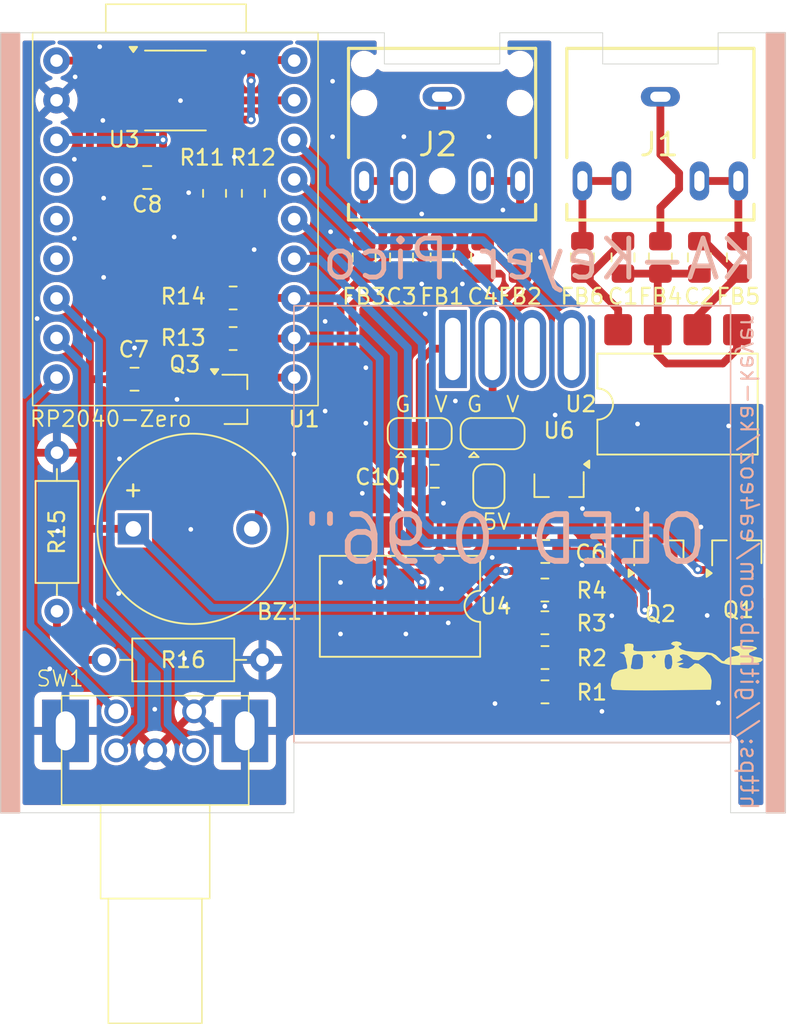
<source format=kicad_pcb>
(kicad_pcb (version 20241229) (generator "pcbnew") (generator_version "9.0")
  (layers (0 "F.Cu" signal) (2 "B.Cu" signal) (13 "F.Paste" user) (15 "B.Paste" user) (5 "F.SilkS" user "F.Silkscreen") (7 "B.SilkS" user "B.Silkscreen") (1 "F.Mask" user) (3 "B.Mask" user) (25 "Edge.Cuts" user))
  (net 0 "")
  (net 1 "Net-(BZ1-+)")
  (net 2 "GND")
  (net 3 "Net-(R2-Pad2)")
  (net 4 "Net-(FB3-Pad1)")
  (net 5 "Net-(FB4-Pad1)")
  (net 6 "Net-(JP2-C)")
  (net 7 "Net-(JP3-C)")
  (net 8 "Net-(BZ1--)")
  (net 9 "Net-(C1-Pad1)")
  (net 10 "Net-(C1-Pad2)")
  (net 11 "Net-(C2-Pad1)")
  (net 12 "Net-(C3-Pad1)")
  (net 13 "Net-(C4-Pad1)")
  (net 14 "Net-(U1-3V3)")
  (net 15 "Net-(JP1-B)")
  (net 16 "Net-(Q1-C)")
  (net 17 "Net-(Q2-C)")
  (net 18 "Net-(R1-Pad2)")
  (net 19 "Net-(R3-Pad2)")
  (net 20 "Net-(R4-Pad2)")
  (net 24 "Net-(U1-GP0)")
  (net 25 "Net-(U1-GP1)")
  (net 26 "Net-(U1-GP2)")
  (net 27 "Net-(U1-GP3)")
  (net 28 "Net-(Q1-B)")
  (net 29 "Net-(Q2-B)")
  (net 30 "Net-(U1-GP7)")
  (net 31 "Net-(U1-GP6)")
  (net 32 "Net-(Q3-B)")
  (net 33 "Net-(U1-GP14)")
  (net 34 "Net-(U1-GP15)")
  (net 35 "Net-(U1-GP26)")
  (net 36 "Net-(FB6-Pad2)")
  (net 37 "Net-(FB5-Pad2)")
  (net 38 "Net-(FB2-Pad1)")
  (net 39 "Net-(FB1-Pad1)")
  (footprint "Package_SO:SOIC-8_3.9x4.9mm_P1.27mm" (layer "F.Cu") (at 131.4 78.7)
    (property "Reference" "U3")
    (property "Value" "24C02")
  )
  (footprint "Package_DIP:SMDIP-8_W9.53mm" (layer "F.Cu") (at 163.6 98.8 90)
    (property "Reference" "U2")
    (property "Value" "LTV-827S")
  )
  (footprint "Package_TO_SOT_SMD:SOT-23_Handsoldering" (layer "F.Cu") (at 156 104 -90)
    (property "Reference" "U6")
    (property "Value" "XC6206PxxxMR")
  )
  (footprint "Capacitor_SMD:C_0805_2012Metric_Pad1.18x1.45mm_HandSolder" (layer "F.Cu") (at 129.5908 84.2772 180)
    (property "Reference" "C8")
    (property "Value" "100nF")
  )
  (footprint "Capacitor_SMD:C_0805_2012Metric_Pad1.18x1.45mm_HandSolder" (layer "F.Cu") (at 148.0312 103.4288 180)
    (property "Reference" "C10")
    (property "Value" "1uF")
  )
  (footprint "Package_TO_SOT_SMD:SOT-23_Handsoldering" (layer "F.Cu") (at 135.25 98.5)
    (property "Reference" "Q3")
    (property "Value" "DTC143E")
  )
  (footprint "Jumper:SolderJumper-2_P1.3mm_Open_RoundedPad1.0x1.5mm" (layer "F.Cu") (at 151.5 104.065 90)
    (property "Reference" "JP1" (hide yes))
    (property "Value" "SolderJumper_2_Open")
  )
  (footprint "Resistor_SMD:R_0805_2012Metric_Pad1.20x1.40mm_HandSolder" (layer "F.Cu") (at 133.9088 85.2932 90)
    (property "Reference" "R11")
    (property "Value" "4k7")
  )
  (footprint "Aliexpress:Aliexpress horizontal encoder" (layer "F.Cu") (at 127.6 121)
    (property "Reference" "SW1")
    (property "Value" "RotaryEncoder_Switch" (hide yes))
  )
  (footprint "Resistor_SMD:R_0805_2012Metric_Pad1.20x1.40mm_HandSolder" (layer "F.Cu") (at 155.1 115.05 180)
    (property "Reference" "R2")
    (property "Value" "430")
  )
  (footprint "Aliexpress:AUDIO-JACK" (layer "F.Cu") (at 162.5 79.5 -90)
    (property "Reference" "J1")
    (property "Value" "Keyer output" (hide yes))
  )
  (footprint "Resistor_THT:R_Axial_DIN0207_L6.3mm_D2.5mm_P10.16mm_Horizontal" (layer "F.Cu") (at 126.82 115.2)
    (property "Reference" "R16")
    (property "Value" "120")
  )
  (footprint "LOGO" (layer "F.Cu") (at 164.2872 115.25)
    (property "Reference" "G***" (hide yes))
    (property "Value" "LOGO" (hide yes))
  )
  (footprint "Capacitor_SMD:C_0805_2012Metric_Pad1.18x1.45mm_HandSolder" (layer "F.Cu") (at 162.5 89.4 -90)
    (property "Reference" "FB4")
    (property "Value" "~")
  )
  (footprint "Resistor_SMD:R_0805_2012Metric_Pad1.20x1.40mm_HandSolder" (layer "F.Cu") (at 155.0924 112.8194)
    (property "Reference" "R3")
    (property "Value" "430")
  )
  (footprint "Capacitor_SMD:C_0805_2012Metric_Pad1.18x1.45mm_HandSolder" (layer "F.Cu") (at 157.5 89.4 90)
    (property "Reference" "FB6")
    (property "Value" "~")
  )
  (footprint "Package_DIP:SMDIP-8_W9.53mm" (layer "F.Cu") (at 145.8 111.765 -90)
    (property "Reference" "U4")
    (property "Value" "LTV-827S")
  )
  (footprint "Resistor_SMD:R_0805_2012Metric_Pad1.20x1.40mm_HandSolder" (layer "F.Cu") (at 135.1 94.6)
    (property "Reference" "R13")
    (property "Value" "4k7")
  )
  (footprint "Capacitor_SMD:C_0805_2012Metric_Pad1.18x1.45mm_HandSolder" (layer "F.Cu") (at 148.5 89.4 -90)
    (property "Reference" "FB1")
    (property "Value" "~")
  )
  (footprint "Capacitor_SMD:C_0805_2012Metric_Pad1.18x1.45mm_HandSolder" (layer "F.Cu") (at 143.5 89.4 -90)
    (property "Reference" "FB3")
    (property "Value" "~")
  )
  (footprint "Resistor_SMD:R_0805_2012Metric_Pad1.20x1.40mm_HandSolder" (layer "F.Cu") (at 155.0924 110.7194)
    (property "Reference" "R4")
    (property "Value" "430")
  )
  (footprint "Capacitor_SMD:C_0805_2012Metric_Pad1.18x1.45mm_HandSolder" (layer "F.Cu") (at 128.778 97.2058)
    (property "Reference" "C7")
    (property "Value" "100nF")
  )
  (footprint "Capacitor_SMD:C_0805_2012Metric_Pad1.18x1.45mm_HandSolder" (layer "F.Cu") (at 153.5 89.4 -90)
    (property "Reference" "FB2")
    (property "Value" "~")
  )
  (footprint "Capacitor_SMD:C_0805_2012Metric_Pad1.18x1.45mm_HandSolder" (layer "F.Cu") (at 145.9 89.4 -90)
    (property "Reference" "C3")
    (property "Value" "4n7")
  )
  (footprint "Capacitor_SMD:C_0805_2012Metric_Pad1.18x1.45mm_HandSolder" (layer "F.Cu") (at 160.1 89.4 -90)
    (property "Reference" "C1")
    (property "Value" "4n7")
  )
  (footprint "Capacitor_SMD:C_0805_2012Metric_Pad1.18x1.45mm_HandSolder" (layer "F.Cu") (at 165 89.4 -90)
    (property "Reference" "C2")
    (property "Value" "4n7")
  )
  (footprint "Buzzer_Beeper:Buzzer_12x9.5RM7.6" (layer "F.Cu") (at 128.7 106.8)
    (property "Reference" "BZ1")
    (property "Value" "Buzzer")
  )
  (footprint "Capacitor_SMD:C_0805_2012Metric_Pad1.18x1.45mm_HandSolder" (layer "F.Cu") (at 155.1178 108.25)
    (property "Reference" "C6")
    (property "Value" "1uF")
  )
  (footprint "Capacitor_SMD:C_0805_2012Metric_Pad1.18x1.45mm_HandSolder" (layer "F.Cu") (at 151.1 89.4 -90)
    (property "Reference" "C4")
    (property "Value" "4n7")
  )
  (footprint "Jumper:SolderJumper-3_P1.3mm_Open_RoundedPad1.0x1.5mm" (layer "F.Cu") (at 147.066 100.6955)
    (property "Reference" "JP3" (hide yes))
    (property "Value" "~")
  )
  (footprint "Resistor_SMD:R_0805_2012Metric_Pad1.20x1.40mm_HandSolder" (layer "F.Cu") (at 135.1 92)
    (property "Reference" "R14")
    (property "Value" "4k7")
  )
  (footprint "Resistor_THT:R_Axial_DIN0207_L6.3mm_D2.5mm_P10.16mm_Horizontal" (layer "F.Cu") (at 123.8 112.08 90)
    (property "Reference" "R15")
    (property "Value" "120")
  )
  (footprint "Aliexpress:RP2040 Zero DIL" (layer "F.Cu") (at 121.235 99.7715)
    (property "Reference" "U1")
    (property "Value" "RP2040-Zero")
  )
  (footprint "Jumper:SolderJumper-3_P1.3mm_Open_RoundedPad1.0x1.5mm" (layer "F.Cu") (at 151.7396 100.6955)
    (property "Reference" "JP2" (hide yes))
    (property "Value" "~")
  )
  (footprint "Resistor_SMD:R_0805_2012Metric_Pad1.20x1.40mm_HandSolder" (layer "F.Cu") (at 136.398 85.2932 90)
    (property "Reference" "R12")
    (property "Value" "4k7")
  )
  (footprint "Aliexpress:AUDIO-JACK" (layer "F.Cu") (at 148.5 79.5 -90)
    (property "Reference" "J2")
    (property "Value" "Paddles" (hide yes))
  )
  (footprint "Resistor_SMD:R_0805_2012Metric_Pad1.20x1.40mm_HandSolder" (layer "F.Cu") (at 155.1 117.25 180)
    (property "Reference" "R1")
    (property "Value" "430")
  )
  (footprint "Capacitor_SMD:C_0805_2012Metric_Pad1.18x1.45mm_HandSolder" (layer "F.Cu") (at 167.5 89.4 90)
    (property "Reference" "FB5")
    (property "Value" "~")
  )
  (footprint "Package_TO_SOT_SMD:SOT-23_Handsoldering" (layer "F.Cu") (at 167.4 108.3 90)
    (property "Reference" "Q1")
    (property "Value" "DTC143E")
  )
  (footprint "Package_TO_SOT_SMD:SOT-23_Handsoldering" (layer "F.Cu") (at 162.4 108.3 90)
    (property "Reference" "Q2")
    (property "Value" "DTC143E")
  )
  (footprint "Aliexpress:OLED-128x64" (layer "B.Cu") (at 153 94 180)
    (property "Reference" "U5" (hide yes))
    (property "Value" "~" (hide yes))
  )
  (gr_rect (start 169.3 75) (end 170.5 125) (stroke (width 0.05)) (fill yes) (layer "F.SilkS"))
  (gr_rect (start 120.2 75) (end 121.4 125) (stroke (width 0.05)) (fill yes) (layer "F.SilkS"))
  (gr_rect (start 120.2 75) (end 121.4 125) (stroke (width 0.1)) (fill yes) (layer "B.SilkS"))
  (gr_rect (start 169.3 75) (end 170.5 125) (stroke (width 0.1)) (fill yes) (layer "B.SilkS"))
  (gr_line (start 167 125) (end 167 120.5) (stroke (width 0.05)) (layer "Edge.Cuts"))
  (gr_line (start 167 120.5) (end 139 120.5) (stroke (width 0.05)) (layer "Edge.Cuts"))
  (gr_line (start 152.2 75) (end 152.2 77) (stroke (width 0.05)) (layer "Edge.Cuts"))
  (gr_line (start 170.5 75) (end 166.2 75) (stroke (width 0.05)) (layer "Edge.Cuts"))
  (gr_line (start 139 120.5) (end 139 125) (stroke (width 0.05)) (layer "Edge.Cuts"))
  (gr_line (start 158.8 77) (end 158.8 75) (stroke (width 0.05)) (layer "Edge.Cuts"))
  (gr_line (start 170.5 125) (end 170.5 75) (stroke (width 0.05)) (layer "Edge.Cuts"))
  (gr_line (start 152.2 77) (end 144.8 77) (stroke (width 0.05)) (layer "Edge.Cuts"))
  (gr_line (start 144.8 75) (end 120.2 75) (stroke (width 0.05)) (layer "Edge.Cuts"))
  (gr_line (start 166.2 75) (end 166.2 77) (stroke (width 0.05)) (layer "Edge.Cuts"))
  (gr_line (start 166.2 77) (end 158.8 77) (stroke (width 0.05)) (layer "Edge.Cuts"))
  (gr_line (start 144.8 77) (end 144.8 75) (stroke (width 0.05)) (layer "Edge.Cuts"))
  (gr_line (start 158.8 75) (end 152.2 75) (stroke (width 0.05)) (layer "Edge.Cuts"))
  (gr_line (start 167 125) (end 170.5 125) (stroke (width 0.05)) (layer "Edge.Cuts"))
  (gr_line (start 120.2 125) (end 139 125) (stroke (width 0.05)) (layer "Edge.Cuts"))
  (gr_line (start 120.2 75) (end 120.2 125) (stroke (width 0.05)) (layer "Edge.Cuts"))
  (gr_text "G  V" (at 150 99.4 0) (layer "F.SilkS") (effects (font (size 1 1) (thickness 0.125)) (justify left bottom)))
  (gr_text "5V" (at 151.003 106.934 0) (layer "F.SilkS") (effects (font (size 1 1) (thickness 0.125)) (justify left bottom)))
  (gr_text "G  V" (at 145.4 99.4 0) (layer "F.SilkS") (effects (font (size 1 1) (thickness 0.125)) (justify left bottom)))
  (gr_text "KA-Keyer Pico" (at 169.0116 90.9828 0) (layer "B.SilkS") (effects (font (size 2.5 2.5) (thickness 0.3125)) (justify left bottom mirror)))
  (gr_text "https://github.com/ea4eoz/ka-keyer" (at 167.5384 124.9172 270) (layer "B.SilkS") (effects (font (size 1.1 1.1) (thickness 0.1375)) (justify left bottom mirror)))
  (segment (start 124.55 114.45) (end 125.3 115.2) (width 0.5) (layer "F.Cu") (net 1))
  (segment (start 124.564 114.45) (end 124.55 114.45) (width 0.5) (layer "F.Cu") (net 1))
  (segment (start 154 105.7025) (end 155.7975 105.7025) (width 0.5) (layer "F.Cu") (net 1))
  (segment (start 125.8824 106.8324) (end 125.8824 113.1316) (width 0.5) (layer "F.Cu") (net 1))
  (segment (start 123.775 76.7845) (end 125.1461 76.7845) (width 0.5) (layer "F.Cu") (net 1))
  (segment (start 154.0924 110.1344) (end 154.0924 109.5) (width 0.5) (layer "F.Cu") (net 1))
  (segment (start 152.5778 109.5) (end 154.0924 109.5) (width 0.5) (layer "F.Cu") (net 1))
  (segment (start 125.9117 97.0897) (end 125.9117 77.5501) (width 0.5) (layer "F.Cu") (net 1))
  (segment (start 125.9148 106.8) (end 125.9148 97.1882) (width 0.5) (layer "F.Cu") (net 1))
  (segment (start 125.9324 97.2058) (end 125.9148 97.1882) (width 0.5) (layer "F.Cu") (net 1))
  (segment (start 125.1461 76.7845) (end 125.9117 77.5501) (width 0.5) (layer "F.Cu") (net 1))
  (segment (start 154 107.8951) (end 154 105.7025) (width 0.5) (layer "F.Cu") (net 1))
  (segment (start 123.8 112.08) (end 123.8 113.7) (width 0.5) (layer "F.Cu") (net 1))
  (segment (start 152.4875 105.7025) (end 154 105.7025) (width 0.5) (layer "F.Cu") (net 1))
  (segment (start 125.8824 113.1316) (end 124.564 114.45) (width 0.5) (layer "F.Cu") (net 1))
  (segment (start 154.0924 112.8194) (end 154.0924 110.7194) (width 0.5) (layer "F.Cu") (net 1))
  (segment (start 156.1 117.25) (end 156.1 115.05) (width 0.5) (layer "F.Cu") (net 1))
  (segment (start 125.9148 106.8) (end 125.8824 106.8324) (width 0.5) (layer "F.Cu") (net 1))
  (segment (start 127.7405 97.2058) (end 125.9324 97.2058) (width 0.5) (layer "F.Cu") (net 1))
  (segment (start 123.8 113.7) (end 124.55 114.45) (width 0.5) (layer "F.Cu") (net 1))
  (segment (start 155.7975 105.7025) (end 156 105.5) (width 0.5) (layer "F.Cu") (net 1))
  (segment (start 128.7 106.8) (end 125.9148 106.8) (width 0.5) (layer "F.Cu") (net 1))
  (segment (start 152.4875 105.7025) (end 151.5 104.715) (width 0.5) (layer "F.Cu") (net 1))
  (segment (start 125.3 115.2) (end 126.82 115.2) (width 0.5) (layer "F.Cu") (net 1))
  (segment (start 154.0924 109.5) (end 154.0924 107.9875) (width 0.5) (layer "F.Cu") (net 1))
  (segment (start 156.1 114.827) (end 154.0924 112.8194) (width 0.5) (layer "F.Cu") (net 1))
  (via (at 152.5778 109.5) (size 0.6) (drill 0.3) (layers "F.Cu" "B.Cu") (net 1))
  (segment (start 133.7616 111.8616) (end 128.7 106.8) (width 0.5) (layer "B.Cu") (net 1))
  (segment (start 149.7076 111.8616) (end 133.7616 111.8616) (width 0.5) (layer "B.Cu") (net 1))
  (segment (start 152.0692 109.5) (end 149.7076 111.8616) (width 0.5) (layer "B.Cu") (net 1))
  (segment (start 152.5778 109.5) (end 152.0692 109.5) (width 0.5) (layer "B.Cu") (net 1))
  (segment (start 151.1 90.4375) (end 149.8 90.4375) (width 0.5) (layer "F.Cu") (net 2))
  (segment (start 149.8 91.1) (end 149.8 90.4375) (width 0.5) (layer "F.Cu") (net 2))
  (segment (start 147.193 90.4375) (end 148.5 90.4375) (width 0.5) (layer "F.Cu") (net 2))
  (segment (start 147.193 90.4375) (end 147.193 91.1) (width 0.5) (layer "F.Cu") (net 2))
  (segment (start 145.9 90.4375) (end 147.193 90.4375) (width 0.5) (layer "F.Cu") (net 2))
  (segment (start 149.8 90.4375) (end 148.5 90.4375) (width 0.5) (layer "F.Cu") (net 2))
  (via (at 124.968 77.8256) (size 0.6) (drill 0.3) (layers "F.Cu" "B.Cu") (net 2))
  (via (at 147.4216 93.0148) (size 0.6) (drill 0.3) (layers "F.Cu" "B.Cu") (net 2))
  (via (at 127.8128 102.3112) (size 0.6) (drill 0.3) (layers "F.Cu" "B.Cu") (net 2))
  (via (at 151.511 81.661) (size 0.6) (drill 0.3) (layers "F.Cu" "B.Cu") (net 2))
  (via (at 148.463 110.6424) (size 0.6) (drill 0.3) (layers "F.Cu" "B.Cu") (net 2))
  (via (at 123.3424 115.7732) (size 0.6) (drill 0.3) (layers "F.Cu" "B.Cu") (net 2))
  (via (at 166.878 100.203) (size 0.6) (drill 0.3) (layers "F.Cu" "B.Cu") (net 2))
  (via (at 146.177 113.538) (size 0.6) (drill 0.3) (layers "F.Cu" "B.Cu") (net 2))
  (via (at 126.746 80.6196) (size 0.6) (drill 0.3) (layers "F.Cu" "B.Cu") (net 2))
  (via (at 161.036 105.537) (size 0.6) (drill 0.3) (layers "F.Cu" "B.Cu") (net 2))
  (via (at 130.0734 118.364) (size 0.6) (drill 0.3) (layers "F.Cu" "B.Cu") (net 2))
  (via (at 146.05 81.661) (size 0.6) (drill 0.3) (layers "F.Cu" "B.Cu") (net 2))
  (via (at 135.1788 82.9564) (size 0.6) (drill 0.3) (layers "F.Cu" "B.Cu") (net 2))
  (via (at 143.383 104.521) (size 0.6) (drill 0.3) (layers "F.Cu" "B.Cu") (net 2))
  (via (at 143.6116 96.4692) (size 0.6) (drill 0.3) (layers "F.Cu" "B.Cu") (net 2))
  (via (at 139 102) (size 0.6) (drill 0.3) (layers "F.Cu" "B.Cu") (net 2))
  (via (at 141.478 81.661) (size 0.6) (drill 0.3) (layers "F.Cu" "B.Cu") (net 2))
  (via (at 141 99.25) (size 0.6) (drill 0.3) (layers "F.Cu" "B.Cu") (net 2))
  (via (at 149.352 98.6028) (size 0.6) (drill 0.3) (layers "F.Cu" "B.Cu") (net 2))
  (via (at 128.778 95.1992) (size 0.6) (drill 0.3) (layers "F.Cu" "B.Cu") (net 2))
  (via (at 126.5428 75.8952) (size 0.6) (drill 0.3) (layers "F.Cu" "B.Cu") (net 2))
  (via (at 151.892 118) (size 0.6) (drill 0.3) (layers "F.Cu" "B.Cu") (net 2))
  (via (at 166.2176 117.9576) (size 0.6) (drill 0.3) (layers "F.Cu" "B.Cu") (net 2))
  (via (at 155.75 99.5) (size 0.6) (drill 0.3) (layers "F.Cu" "B.Cu") (net 2))
  (via (at 158.75 118.5) (size 0.6) (drill 0.3) (layers "F.Cu" "B.Cu") (net 2))
  (via (at 141 93.5) (size 0.6) (drill 0.3) (layers "F.Cu" "B.Cu") (net 2))
  (via (at 126.7968 85.598) (size 0.6) (drill 0.3) (layers "F.Cu" "B.Cu") (net 2))
  (via (at 136.4488 88.9) (size 0.6) (drill 0.3) (layers "F.Cu" "B.Cu") (net 2))
  (via (at 157.48 109.1184) (size 0.6) (drill 0.3) (layers "F.Cu" "B.Cu") (net 2))
  (via (at 123.8504 106.934) (size 0.6) (drill 0.3) (layers "F.Cu" "B.Cu") (net 2))
  (via (at 131.7244 79.3496) (size 0.6) (drill 0.3) (layers "F.Cu" "B.Cu") (net 2))
  (via (at 148.59 105.156) (size 0.6) (drill 0.3) (layers "F.Cu" "B.Cu") (net 2))
  (via (at 141.478 78.105) (size 0.6) (drill 0.3) (layers "F.Cu" "B.Cu") (net 2))
  (via (at 127.762 110.9472) (size 0.6) (drill 0.3) (layers "F.Cu" "B.Cu") (net 2))
  (via (at 161.036 100.076) (size 0.6) (drill 0.3) (layers "F.Cu" "B.Cu") (net 2))
  (via (at 132.3848 106.8324) (size 0.6) (drill 0.3) (layers "F.Cu" "B.Cu") (net 2))
  (via (at 131.318 88.0872) (size 0.6) (drill 0.3) (layers "F.Cu" "B.Cu") (net 2))
  (via (at 122.5296 93.3196) (size 0.6) (drill 0.3) (layers "F.Cu" "B.Cu") (net 2))
  (via (at 131.9784 115.1128) (size 0.6) (drill 0.3) (layers "F.Cu" "B.Cu") (net 2))
  (via (at 152.4 86.36) (size 0.6) (drill 0.3) (layers "F.Cu" "B.Cu") (net 2))
  (via (at 126.7968 90.678) (size 0.6) (drill 0.3) (layers "F.Cu" "B.Cu") (net 2))
  (via (at 148.8948 112.8268) (size 0.6) (drill 0.3) (layers "F.Cu" "B.Cu") (net 2))
  (via (at 159.385 112.3696) (size 0.6) (drill 0.3) (layers "F.Cu" "B.Cu") (net 2))
  (via (at 132.25 85.25) (size 0.6) (drill 0.3) (layers "F.Cu" "B.Cu") (net 2))
  (via (at 165.1 106.68) (size 0.6) (drill 0.3) (layers "F.Cu" "B.Cu") (net 2))
  (via (at 141.351 87.757) (size 0.6) (drill 0.3) (layers "F.Cu" "B.Cu") (net 2))
  (via (at 135.75 76.25) (size 0.6) (drill 0.3) (layers "F.Cu" "B.Cu") (net 2))
  (via (at 165.5 112.352769) (size 0.6) (drill 0.3) (layers "F.Cu" "B.Cu") (net 2))
  (via (at 124.9172 88.1888) (size 0.6) (drill 0.3) (layers "F.Cu" "B.Cu") (net 2))
  (via (at 141.986 110.236) (size 0.6) (drill 0.3) (layers "F.Cu" "B.Cu") (net 2))
  (via (at 154.813 89.408) (size 0.6) (drill 0.3) (layers "F.Cu" "B.Cu") (net 2))
  (via (at 157.5 105.5) (size 0.6) (drill 0.3) (layers "F.Cu" "B.Cu") (net 2))
  (via (at 151.7142 108.6358) (size 0.6) (drill 0.3) (layers "F.Cu" "B.Cu") (net 2))
  (via (at 152.5 111.75) (size 0.6) (drill 0.3) (layers "F.Cu" "B.Cu") (net 2))
  (via (at 149.8 91.1) (size 0.6) (drill 0.3) (layers "F.Cu" "B.Cu") (net 2))
  (via (at 131.5 98.5) (size 0.6) (drill 0.3) (layers "F.Cu" "B.Cu") (net 2))
  (via (at 155.0924 111.7608) (size 0.6) (drill 0.3) (layers "F.Cu" "B.Cu") (net 2))
  (via (at 147.193 86.614) (size 0.6) (drill 0.3) (layers "F.Cu" "B.Cu") (net 2))
  (via (at 147.193 91.1) (size 0.6) (drill 0.3) (layers "F.Cu" "B.Cu") (net 2))
  (via (at 143.6116 100.0252) (size 0.6) (drill 0.3) (layers "F.Cu" "B.Cu") (net 2))
  (via (at 141.986 113.538) (size 0.6) (drill 0.3) (layers "F.Cu" "B.Cu") (net 2))
  (via (at 124.9172 83.1088) (size 0.6) (drill 0.3) (layers "F.Cu" "B.Cu") (net 2))
  (segment (start 153.05 115.05) (end 151.6634 113.6634) (width 0.5) (layer "F.Cu") (net 3))
  (segment (start 151.6634 110.8634) (end 149.61 108.81) (width 0.5) (layer "F.Cu") (net 3))
  (segment (start 151.6634 113.6634) (end 151.6634 110.8634) (width 0.5) (layer "F.Cu") (net 3))
  (segment (start 154.1 115.05) (end 153.05 115.05) (width 0.5) (layer "F.Cu") (net 3))
  (segment (start 149.61 108.81) (end 149.61 107) (width 0.5) (layer "F.Cu") (net 3))
  (segment (start 143.5 84.5) (end 146 84.5) (width 0.5) (layer "F.Cu") (net 4))
  (segment (start 143.5 88.4625) (end 143.5 84.5) (width 0.5) (layer "F.Cu") (net 4))
  (segment (start 162.5 88.3625) (end 162.5 86.2) (width 0.5) (layer "F.Cu") (net 5))
  (segment (start 162.5 86.2) (end 163.7 85) (width 0.5) (layer "F.Cu") (net 5))
  (segment (start 163.7 84) (end 162.5 82.8) (width 0.5) (layer "F.Cu") (net 5))
  (segment (start 163.7 85) (end 163.7 84) (width 0.5) (layer "F.Cu") (net 5))
  (segment (start 162.5 82.8) (end 162.5 79.1) (width 0.5) (layer "F.Cu") (net 5))
  (segment (start 151.7396 100.6955) (end 151.7396 95.2796) (width 0.5) (layer "F.Cu") (net 6))
  (segment (start 147.8788 95.25) (end 149.17 95.25) (width 0.5) (layer "F.Cu") (net 7))
  (segment (start 147.066 96.0628) (end 147.8788 95.25) (width 0.5) (layer "F.Cu") (net 7))
  (segment (start 147.066 100.6955) (end 147.066 96.0628) (width 0.5) (layer "F.Cu") (net 7))
  (segment (start 136.75 98.5) (end 136.75 106.35) (width 0.5) (layer "F.Cu") (net 8))
  (segment (start 158.025 90.4375) (end 160.1 88.3625) (width 0.5) (layer "F.Cu") (net 9))
  (segment (start 159.79 94.035) (end 159.79 92.7275) (width 0.5) (layer "F.Cu") (net 9))
  (segment (start 159.79 92.7275) (end 157.5 90.4375) (width 0.5) (layer "F.Cu") (net 9))
  (segment (start 157.5 90.4375) (end 158.025 90.4375) (width 0.5) (layer "F.Cu") (net 9))
  (segment (start 162.5 90.4375) (end 164.9 90.4375) (width 0.5) (layer "F.Cu") (net 10))
  (segment (start 167.41 94.035) (end 167.41 95.29) (width 0.5) (layer "F.Cu") (net 10))
  (segment (start 167.41 95.29) (end 166.5 96.2) (width 0.5) (layer "F.Cu") (net 10))
  (segment (start 162.33 95.57) (end 162.33 94.035) (width 0.5) (layer "F.Cu") (net 10))
  (segment (start 166.5 96.2) (end 162.9 96.2) (width 0.5) (layer "F.Cu") (net 10))
  (segment (start 162.33 94.035) (end 162.33 90.6075) (width 0.5) (layer "F.Cu") (net 10))
  (segment (start 162.9 96.2) (end 162.3 95.6) (width 0.5) (layer "F.Cu") (net 10))
  (segment (start 162.3 95.6) (end 162.33 95.57) (width 0.5) (layer "F.Cu") (net 10))
  (segment (start 160.1 90.4375) (end 162.5 90.4375) (width 0.5) (layer "F.Cu") (net 10))
  (segment (start 164.87 94.035) (end 164.87 93.1675) (width 0.5) (layer "F.Cu") (net 11))
  (segment (start 164.87 93.1675) (end 167.5 90.5375) (width 0.5) (layer "F.Cu") (net 11))
  (segment (start 165.425 88.4625) (end 167.5 90.5375) (width 0.5) (layer "F.Cu") (net 11))
  (segment (start 141.99 107) (end 141.99 92.0475) (width 0.5) (layer "F.Cu") (net 12))
  (segment (start 141.99 92.0475) (end 143.5 90.5375) (width 0.5) (layer "F.Cu") (net 12))
  (segment (start 143.825 90.5375) (end 145.9 88.4625) (width 0.5) (layer "F.Cu") (net 12))
  (segment (start 152.7 92) (end 153.5 91.2) (width 0.5) (layer "F.Cu") (net 13))
  (segment (start 142.748 92.456) (end 143.204 92) (width 0.5) (layer "F.Cu") (net 13))
  (segment (start 143.094 102.2) (end 142.748 101.854) (width 0.5) (layer "F.Cu") (net 13))
  (segment (start 142.748 101.854) (end 142.748 92.456) (width 0.5) (layer "F.Cu") (net 13))
  (segment (start 147.07 106.17) (end 143.1 102.2) (width 0.5) (layer "F.Cu") (net 13))
  (segment (start 147.07 107) (end 147.07 106.17) (width 0.5) (layer "F.Cu") (net 13))
  (segment (start 153.5 91.2) (end 153.5 90.4375) (width 0.5) (layer "F.Cu") (net 13))
  (segment (start 153.175 90.4375) (end 151.1 88.3625) (width 0.5) (layer "F.Cu") (net 13))
  (segment (start 143.1 102.2) (end 143.094 102.2) (width 0.5) (layer "F.Cu") (net 13))
  (segment (start 143.204 92) (end 152.7 92) (width 0.5) (layer "F.Cu") (net 13))
  (segment (start 131.4544 86.2932) (end 130.6576 85.4964) (width 0.5) (layer "F.Cu") (net 14))
  (segment (start 133.875 76.795) (end 131.231 76.795) (width 0.5) (layer "F.Cu") (net 14))
  (segment (start 133.9088 86.2932) (end 131.4544 86.2932) (width 0.5) (layer "F.Cu") (net 14))
  (segment (start 130.6576 85.4964) (end 130.6576 84.3065) (width 0.5) (layer "F.Cu") (net 14))
  (segment (start 134.1 92) (end 134.1 86.4844) (width 0.5) (layer "F.Cu") (net 14))
  (segment (start 131.231 76.795) (end 130.6068 77.4192) (width 0.5) (layer "F.Cu") (net 14))
  (segment (start 136.0424 86.2932) (end 133.9088 86.2932) (width 0.5) (layer "F.Cu") (net 14))
  (segment (start 134.1 94.6) (end 134.1 92) (width 0.5) (layer "F.Cu") (net 14))
  (segment (start 130.6068 81.8645) (end 130.6068 84.2557) (width 0.5) (layer "F.Cu") (net 14))
  (segment (start 130.6068 77.4192) (end 130.6068 81.8645) (width 0.5) (layer "F.Cu") (net 14))
  (via (at 130.6068 81.8645) (size 0.6) (drill 0.3) (layers "F.Cu" "B.Cu") (net 14))
  (segment (start 123.775 81.8645) (end 130.6068 81.8645) (width 0.5) (layer "B.Cu") (net 14))
  (segment (start 154.1225 103.4275) (end 155.05 102.5) (width 0.5) (layer "F.Cu") (net 15))
  (segment (start 153.1 103.4275) (end 151.5125 103.4275) (width 0.5) (layer "F.Cu") (net 15))
  (segment (start 148.366 102.7261) (end 149.0687 103.4288) (width 0.5) (layer "F.Cu") (net 15))
  (segment (start 149.0687 103.4288) (end 151.4862 103.4288) (width 0.5) (layer "F.Cu") (net 15))
  (segment (start 153.0396 103.3671) (end 153.1 103.4275) (width 0.5) (layer "F.Cu") (net 15))
  (segment (start 153.0396 100.6955) (end 153.0396 103.3671) (width 0.5) (layer "F.Cu") (net 15))
  (segment (start 148.366 100.6955) (end 148.366 102.7261) (width 0.5) (layer "F.Cu") (net 15))
  (segment (start 153.1 103.4275) (end 154.1225 103.4275) (width 0.5) (layer "F.Cu") (net 15))
  (segment (start 167.4 107.1625) (end 167.4 103.575) (width 0.5) (layer "F.Cu") (net 16))
  (segment (start 162.4 107.1625) (end 162.4 103.635) (width 0.5) (layer "F.Cu") (net 17))
  (segment (start 144.5 108.5) (end 144.53 108.47) (width 0.5) (layer "F.Cu") (net 18))
  (segment (start 153.75 117.25) (end 150.9 114.4) (width 0.5) (layer "F.Cu") (net 18))
  (segment (start 150.9 114.4) (end 150.9 111.4) (width 0.5) (layer "F.Cu") (net 18))
  (segment (start 144.53 108.47) (end 144.53 107) (width 0.5) (layer "F.Cu") (net 18))
  (segment (start 148.4 108.9) (end 144.9 108.9) (width 0.5) (layer "F.Cu") (net 18))
  (segment (start 150.9 111.4) (end 148.4 108.9) (width 0.5) (layer "F.Cu") (net 18))
  (segment (start 144.9 108.9) (end 144.5 108.5) (width 0.5) (layer "F.Cu") (net 18))
  (segment (start 159.7914 109.6772) (end 159.7914 108.0314) (width 0.5) (layer "F.Cu") (net 19))
  (segment (start 159.7914 108.0314) (end 159.79 108.03) (width 0.5) (layer "F.Cu") (net 19))
  (segment (start 156.0924 112.8194) (end 156.6492 112.8194) (width 0.5) (layer "F.Cu") (net 19))
  (segment (start 156.6492 112.8194) (end 159.7914 109.6772) (width 0.5) (layer "F.Cu") (net 19))
  (segment (start 159.79 108.03) (end 159.79 103.565) (width 0.5) (layer "F.Cu") (net 19))
  (segment (start 158.75 101.5) (end 164.3 101.5) (width 0.5) (layer "F.Cu") (net 20))
  (segment (start 164.87 102.13) (end 164.87 103.565) (width 0.5) (layer "F.Cu") (net 20))
  (segment (start 164.3 101.5) (end 164.9 102.1) (width 0.5) (layer "F.Cu") (net 20))
  (segment (start 157.1998 110.7194) (end 158.6484 109.2708) (width 0.5) (layer "F.Cu") (net 20))
  (segment (start 158.25 102) (end 158.75 101.5) (width 0.5) (layer "F.Cu") (net 20))
  (segment (start 156.0924 110.7194) (end 157.1998 110.7194) (width 0.5) (layer "F.Cu") (net 20))
  (segment (start 158.25 104.75) (end 158.25 102) (width 0.5) (layer "F.Cu") (net 20))
  (segment (start 158.6484 105.1484) (end 158.25 104.75) (width 0.5) (layer "F.Cu") (net 20))
  (segment (start 158.6484 109.2708) (end 158.6484 105.1484) (width 0.5) (layer "F.Cu") (net 20))
  (segment (start 164.9 102.1) (end 164.87 102.13) (width 0.5) (layer "F.Cu") (net 20))
  (segment (start 133.9088 84.2932) (end 133.9088 80.6388) (width 0.5) (layer "F.Cu") (net 24))
  (segment (start 133.9112 80.5688) (end 135.9916 80.5688) (width 0.5) (layer "F.Cu") (net 24))
  (segment (start 136.25 78.0796) (end 136.25 77.5) (width 0.5) (layer "F.Cu") (net 24))
  (segment (start 137 76.75) (end 138.9805 76.75) (width 0.5) (layer "F.Cu") (net 24))
  (segment (start 136.25 77.5) (end 137 76.75) (width 0.5) (layer "F.Cu") (net 24))
  (via (at 136.25 80.5688) (size 0.6) (drill 0.3) (layers "F.Cu" "B.Cu") (net 24))
  (via (at 136.25 78.0796) (size 0.6) (drill 0.3) (layers "F.Cu" "B.Cu") (net 24))
  (segment (start 136.25 78.0796) (end 136.25 80.5688) (width 0.5) (layer "B.Cu") (net 24))
  (segment (start 133.875 79.335) (end 137.25 79.335) (width 0.5) (layer "F.Cu") (net 25))
  (segment (start 137.25 79.335) (end 139.0045 79.335) (width 0.5) (layer "F.Cu") (net 25))
  (segment (start 136.398 84.2932) (end 137.25 83.4412) (width 0.5) (layer "F.Cu") (net 25))
  (segment (start 137.25 83.4412) (end 137.25 79.335) (width 0.5) (layer "F.Cu") (net 25))
  (segment (start 140.8 84.9) (end 144.2 88.3) (width 0.5) (layer "B.Cu") (net 26))
  (segment (start 153.91 91.1) (end 156.81 94) (width 0.5) (layer "B.Cu") (net 26))
  (segment (start 139.015 81.8645) (end 140.8 83.6495) (width 0.5) (layer "B.Cu") (net 26))
  (segment (start 140.8 83.6495) (end 140.8 84.9) (width 0.5) (layer "B.Cu") (net 26))
  (segment (start 151.1 88.3) (end 144.2 88.3) (width 0.5) (layer "B.Cu") (net 26))
  (segment (start 153.9 91.1) (end 151.1 88.3) (width 0.5) (layer "B.Cu") (net 26))
  (segment (start 153.91 91.1) (end 153.9 91.1) (width 0.5) (layer "B.Cu") (net 26))
  (segment (start 152.2 91.9) (end 149.5 89.2) (width 0.5) (layer "B.Cu") (net 27))
  (segment (start 152.2 91.9) (end 152.2 91.93) (width 0.5) (layer "B.Cu") (net 27))
  (segment (start 139.2045 84.4045) (end 144 89.2) (width 0.5) (layer "B.Cu") (net 27))
  (segment (start 149.5 89.2) (end 144 89.2) (width 0.5) (layer "B.Cu") (net 27))
  (segment (start 152.2 91.93) (end 154.27 94) (width 0.5) (layer "B.Cu") (net 27))
  (segment (start 166.45 109.4375) (end 164.9375 109.4375) (width 0.5) (layer "F.Cu") (net 28))
  (segment (start 164.9375 109.4375) (end 164.9 109.4) (width 0.5) (layer "F.Cu") (net 28))
  (via (at 164.9 109.4) (size 0.6) (drill 0.3) (layers "F.Cu" "B.Cu") (net 28))
  (segment (start 164.9 109.4) (end 162.4 106.9) (width 0.5) (layer "B.Cu") (net 28))
  (segment (start 162.4 106.9) (end 147.8 106.9) (width 0.5) (layer "B.Cu") (net 28))
  (segment (start 147.8 106.9) (end 147.2 106.3) (width 0.5) (layer "B.Cu") (net 28))
  (segment (start 147.2 106.3) (end 147.2 94.9) (width 0.5) (layer "B.Cu") (net 28))
  (segment (start 147.2 94.9) (end 139.2445 86.9445) (width 0.5) (layer "B.Cu") (net 28))
  (segment (start 161.5 110.9794) (end 161.4125 110.8919) (width 0.5) (layer "F.Cu") (net 29))
  (segment (start 161.5 112) (end 161.5 110.9794) (width 0.5) (layer "F.Cu") (net 29))
  (segment (start 161.4125 110.8919) (end 161.4125 109.4) (width 0.5) (layer "F.Cu") (net 29))
  (via (at 161.5 112) (size 0.6) (drill 0.3) (layers "F.Cu" "B.Cu") (net 29))
  (segment (start 140.5845 89.4845) (end 139.015 89.4845) (width 0.5) (layer "B.Cu") (net 29))
  (segment (start 146.3 95.2) (end 140.5845 89.4845) (width 0.5) (layer "B.Cu") (net 29))
  (segment (start 147.5 107.7) (end 146.3 106.5) (width 0.5) (layer "B.Cu") (net 29))
  (segment (start 146.3 106.5) (end 146.3 95.2) (width 0.5) (layer "B.Cu") (net 29))
  (segment (start 161.4424 111.9424) (end 161.4424 110.8424) (width 0.5) (layer "B.Cu") (net 29))
  (segment (start 161.4424 110.8424) (end 158.3 107.7) (width 0.5) (layer "B.Cu") (net 29))
  (segment (start 161.5 112) (end 161.4424 111.9424) (width 0.5) (layer "B.Cu") (net 29))
  (segment (start 158.3 107.7) (end 147.5 107.7) (width 0.5) (layer "B.Cu") (net 29))
  (segment (start 144.5 116.5) (end 144.5 110.2) (width 0.5) (layer "F.Cu") (net 30))
  (segment (start 136.1 94.6) (end 138.9795 94.6) (width 0.5) (layer "F.Cu") (net 30))
  (via (at 144.5 110.2) (size 0.6) (drill 0.3) (layers "F.Cu" "B.Cu") (net 30))
  (segment (start 143.2 94.6) (end 139.0505 94.6) (width 0.5) (layer "B.Cu") (net 30))
  (segment (start 144.5 110.2) (end 144.5 95.9) (width 0.5) (layer "B.Cu") (net 30))
  (segment (start 144.5 95.9) (end 143.2 94.6) (width 0.5) (layer "B.Cu") (net 30))
  (segment (start 147.2 112.7) (end 149.61 115.11) (width 0.5) (layer "F.Cu") (net 31))
  (segment (start 147.2 110.2) (end 147.2 112.7) (width 0.5) (layer "F.Cu") (net 31))
  (segment (start 136.1 92) (end 138.9905 92) (width 0.5) (layer "F.Cu") (net 31))
  (segment (start 149.61 115.11) (end 149.61 116.53) (width 0.5) (layer "F.Cu") (net 31))
  (via (at 147.2 110.2) (size 0.6) (drill 0.3) (layers "F.Cu" "B.Cu") (net 31))
  (segment (start 147.2 110.2) (end 145.4 108.4) (width 0.5) (layer "B.Cu") (net 31))
  (segment (start 145.4 95.6) (end 141.8245 92.0245) (width 0.5) (layer "B.Cu") (net 31))
  (segment (start 145.4 108.4) (end 145.4 95.6) (width 0.5) (layer "B.Cu") (net 31))
  (segment (start 141.8245 92.0245) (end 139.015 92.0245) (width 0.5) (layer "B.Cu") (net 31))
  (segment (start 134.1955 97.1045) (end 133.75 97.55) (width 0.5) (layer "F.Cu") (net 32))
  (segment (start 139.015 97.1045) (end 134.1955 97.1045) (width 0.5) (layer "F.Cu") (net 32))
  (segment (start 122.1 113) (end 122.1 98.7795) (width 0.5) (layer "B.Cu") (net 33))
  (segment (start 122.1 98.7795) (end 123.775 97.1045) (width 0.5) (layer "B.Cu") (net 33))
  (segment (start 127.6 118.5) (end 122.1 113) (width 0.5) (layer "B.Cu") (net 33))
  (segment (start 129.2 115.2) (end 125.6 111.6) (width 0.5) (layer "B.Cu") (net 34))
  (segment (start 129.2 119.4) (end 129.2 115.2) (width 0.5) (layer "B.Cu") (net 34))
  (segment (start 125.6 111.6) (end 125.6 96.3895) (width 0.5) (layer "B.Cu") (net 34))
  (segment (start 125.6 96.3895) (end 123.775 94.5645) (width 0.5) (layer "B.Cu") (net 34))
  (segment (start 127.6 121) (end 129.2 119.4) (width 0.5) (layer "B.Cu") (net 34))
  (segment (start 126.5 111.4) (end 126.5 94.7495) (width 0.5) (layer "B.Cu") (net 35))
  (segment (start 132.6 121) (end 130.9 119.3) (width 0.5) (layer "B.Cu") (net 35))
  (segment (start 130.9 115.8) (end 126.5 111.4) (width 0.5) (layer "B.Cu") (net 35))
  (segment (start 130.9 119.3) (end 130.9 115.8) (width 0.5) (layer "B.Cu") (net 35))
  (segment (start 126.5 94.7495) (end 123.775 92.0245) (width 0.5) (layer "B.Cu") (net 35))
  (segment (start 157.5 84.5) (end 160 84.5) (width 0.5) (layer "F.Cu") (net 36))
  (segment (start 157.5 84.5) (end 157.5 88.3625) (width 0.5) (layer "F.Cu") (net 36))
  (segment (start 167.5 84.5) (end 165 84.5) (width 0.5) (layer "F.Cu") (net 37))
  (segment (start 167.5 88.4625) (end 167.5 84.5) (width 0.5) (layer "F.Cu") (net 37))
  (segment (start 151 84.5) (end 153.5 84.5) (width 0.5) (layer "F.Cu") (net 38))
  (segment (start 153.5 88.3625) (end 153.5 84.5) (width 0.5) (layer "F.Cu") (net 38))
  (segment (start 148.5 82.7) (end 149.7 83.9) (width 0.5) (layer "F.Cu") (net 39))
  (segment (start 148.5 86.3) (end 148.5 88.3625) (width 0.5) (layer "F.Cu") (net 39))
  (segment (start 149.7 85.1) (end 148.5 86.3) (width 0.5) (layer "F.Cu") (net 39))
  (segment (start 148.5 79.1) (end 148.5 82.7) (width 0.5) (layer "F.Cu") (net 39))
  (segment (start 149.7 83.9) (end 149.7 85.1) (width 0.5) (layer "F.Cu") (net 39))
  (zone (net 2) (net_name "GND") (layers "F.Cu" "B.Cu") (connect_pads (clearance 0)) (min_thickness 0.25) (fill yes (thermal_gap 0.5) (thermal_bridge_width 0.5))
    (polygon (pts (xy 169.1 124.8) (xy 167.2 124.8) (xy 167.2 120.4) (xy 138.8 120.4) (xy 138.8 124.8) (xy 121.6 124.8) (xy 121.6 75.2) (xy 144.6 75.2) (xy 144.6 77.2) (xy 152.4 77.2) (xy 152.4 75.2) (xy 155.5 75.2) (xy 155.5 90.6) (xy 158.3 93.4) (xy 158.3 98.8) (xy 169.1 98.8)))
  )
)
</source>
